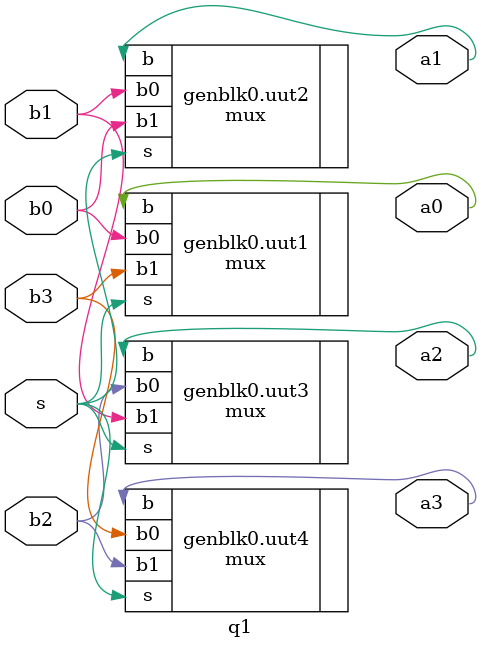
<source format=v>
`timescale 1ns / 1ps


module q1(input b0,b1,b2,b3,s, output a0,a1,a2,a3 );
begin
mux uut1(.b0(b0),.b1(b3),.b(a0),.s(s));
mux uut2(.b0(b1),.b1(b0),.b(a1),.s(s));
mux uut3(.b0(b2),.b1(b1),.b(a2),.s(s));
mux uut4(.b0(b3),.b1(b2),.b(a3),.s(s));
end
endmodule

</source>
